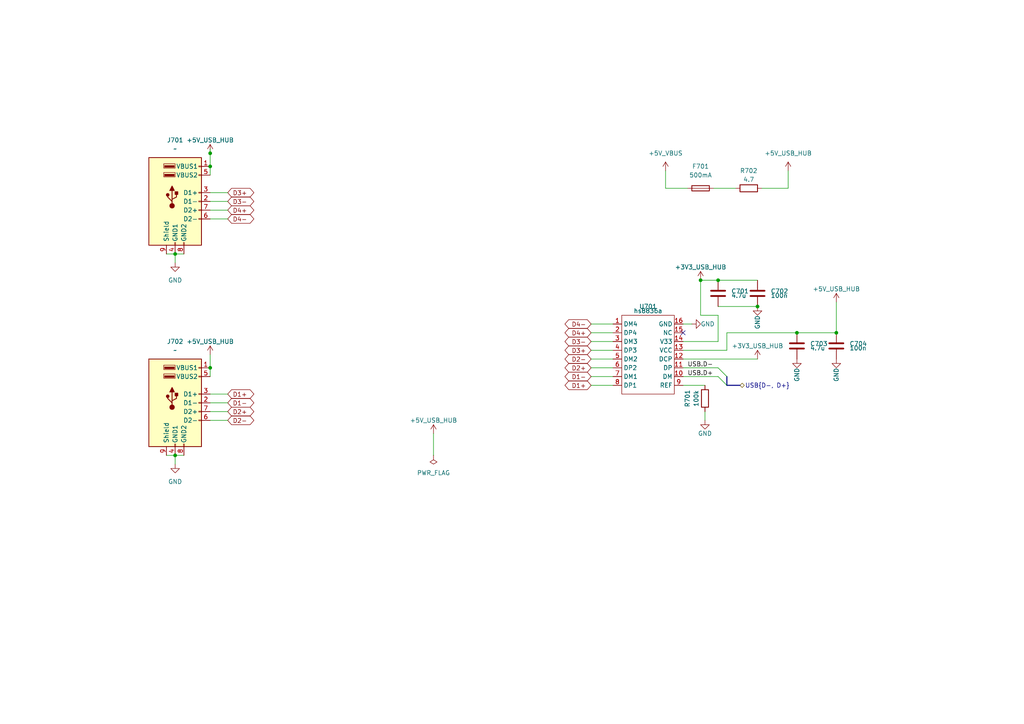
<source format=kicad_sch>
(kicad_sch (version 20221004) (generator eeschema)

  (uuid 158186d0-8204-4260-9655-86edad070edf)

  (paper "A4")

  (title_block
    (title "MSPC")
    (rev "1")
  )

  (lib_symbols
    (symbol "Connector:USB_A_Stacked" (pin_names (offset 1.016)) (in_bom yes) (on_board yes)
      (property "Reference" "J" (at 0 15.875 0)
        (effects (font (size 1.27 1.27)))
      )
      (property "Value" "USB_A_Stacked" (at 0 13.97 0)
        (effects (font (size 1.27 1.27)))
      )
      (property "Footprint" "" (at 3.81 -13.97 0)
        (effects (font (size 1.27 1.27)) (justify left) hide)
      )
      (property "Datasheet" " ~" (at 5.08 1.27 0)
        (effects (font (size 1.27 1.27)) hide)
      )
      (property "ki_keywords" "connector USB" (at 0 0 0)
        (effects (font (size 1.27 1.27)) hide)
      )
      (property "ki_description" "USB Type A connector, stacked" (at 0 0 0)
        (effects (font (size 1.27 1.27)) hide)
      )
      (property "ki_fp_filters" "USB*" (at 0 0 0)
        (effects (font (size 1.27 1.27)) hide)
      )
      (symbol "USB_A_Stacked_0_1"
        (rectangle (start -7.62 12.7) (end 7.62 -12.7)
          (stroke (width 0.254) (type default))
          (fill (type background))
        )
        (circle (center -2.159 1.905) (radius 0.381)
          (stroke (width 0.254) (type default))
          (fill (type outline))
        )
        (circle (center -0.889 -1.27) (radius 0.635)
          (stroke (width 0.254) (type default))
          (fill (type outline))
        )
        (rectangle (start -0.254 7.366) (end -3.048 7.874)
          (stroke (width 0) (type default))
          (fill (type outline))
        )
        (rectangle (start -0.254 9.906) (end -3.048 10.414)
          (stroke (width 0) (type default))
          (fill (type outline))
        )
        (rectangle (start -0.127 -12.7) (end 0.127 -11.938)
          (stroke (width 0) (type default))
          (fill (type none))
        )
        (polyline
          (pts
            (xy -1.524 3.175)
            (xy -0.254 3.175)
            (xy -0.889 4.445)
            (xy -1.524 3.175)
          )
          (stroke (width 0.254) (type default))
          (fill (type outline))
        )
        (polyline
          (pts
            (xy -0.889 -0.635)
            (xy -0.889 0)
            (xy -2.159 1.27)
            (xy -2.159 1.905)
          )
          (stroke (width 0.254) (type default))
          (fill (type none))
        )
        (polyline
          (pts
            (xy -0.889 0)
            (xy -0.889 0.635)
            (xy 0.381 1.27)
            (xy 0.381 2.54)
          )
          (stroke (width 0.254) (type default))
          (fill (type none))
        )
        (rectangle (start 0 2.794) (end 0.762 2.032)
          (stroke (width 0.254) (type default))
          (fill (type outline))
        )
        (rectangle (start 0 7.112) (end -3.302 8.382)
          (stroke (width 0) (type default))
          (fill (type none))
        )
        (rectangle (start 0 9.652) (end -3.302 10.922)
          (stroke (width 0) (type default))
          (fill (type none))
        )
        (rectangle (start 2.413 -12.7) (end 2.667 -11.938)
          (stroke (width 0) (type default))
          (fill (type none))
        )
        (rectangle (start 7.62 -5.207) (end 6.858 -4.953)
          (stroke (width 0) (type default))
          (fill (type none))
        )
        (rectangle (start 7.62 -2.667) (end 6.858 -2.413)
          (stroke (width 0) (type default))
          (fill (type none))
        )
        (rectangle (start 7.62 -0.127) (end 6.858 0.127)
          (stroke (width 0) (type default))
          (fill (type none))
        )
        (rectangle (start 7.62 2.413) (end 6.858 2.667)
          (stroke (width 0) (type default))
          (fill (type none))
        )
        (rectangle (start 7.62 7.493) (end 6.858 7.747)
          (stroke (width 0) (type default))
          (fill (type none))
        )
        (rectangle (start 7.62 10.033) (end 6.858 10.287)
          (stroke (width 0) (type default))
          (fill (type none))
        )
      )
      (symbol "USB_A_Stacked_1_1"
        (polyline
          (pts
            (xy -0.889 0.635)
            (xy -0.889 3.175)
          )
          (stroke (width 0.254) (type default))
          (fill (type none))
        )
        (pin power_in line (at 10.16 10.16 180) (length 2.54)
          (name "VBUS1" (effects (font (size 1.27 1.27))))
          (number "1" (effects (font (size 1.27 1.27))))
        )
        (pin bidirectional line (at 10.16 0 180) (length 2.54)
          (name "D1-" (effects (font (size 1.27 1.27))))
          (number "2" (effects (font (size 1.27 1.27))))
        )
        (pin bidirectional line (at 10.16 2.54 180) (length 2.54)
          (name "D1+" (effects (font (size 1.27 1.27))))
          (number "3" (effects (font (size 1.27 1.27))))
        )
        (pin power_in line (at 0 -15.24 90) (length 2.54)
          (name "GND1" (effects (font (size 1.27 1.27))))
          (number "4" (effects (font (size 1.27 1.27))))
        )
        (pin power_in line (at 10.16 7.62 180) (length 2.54)
          (name "VBUS2" (effects (font (size 1.27 1.27))))
          (number "5" (effects (font (size 1.27 1.27))))
        )
        (pin bidirectional line (at 10.16 -5.08 180) (length 2.54)
          (name "D2-" (effects (font (size 1.27 1.27))))
          (number "6" (effects (font (size 1.27 1.27))))
        )
        (pin bidirectional line (at 10.16 -2.54 180) (length 2.54)
          (name "D2+" (effects (font (size 1.27 1.27))))
          (number "7" (effects (font (size 1.27 1.27))))
        )
        (pin power_in line (at 2.54 -15.24 90) (length 2.54)
          (name "GND2" (effects (font (size 1.27 1.27))))
          (number "8" (effects (font (size 1.27 1.27))))
        )
        (pin passive line (at -2.54 -15.24 90) (length 2.54)
          (name "Shield" (effects (font (size 1.27 1.27))))
          (number "9" (effects (font (size 1.27 1.27))))
        )
      )
    )
    (symbol "Device:C" (pin_numbers hide) (pin_names (offset 0.254)) (in_bom yes) (on_board yes)
      (property "Reference" "C" (at 0.635 2.54 0)
        (effects (font (size 1.27 1.27)) (justify left))
      )
      (property "Value" "C" (at 0.635 -2.54 0)
        (effects (font (size 1.27 1.27)) (justify left))
      )
      (property "Footprint" "" (at 0.9652 -3.81 0)
        (effects (font (size 1.27 1.27)) hide)
      )
      (property "Datasheet" "~" (at 0 0 0)
        (effects (font (size 1.27 1.27)) hide)
      )
      (property "ki_keywords" "cap capacitor" (at 0 0 0)
        (effects (font (size 1.27 1.27)) hide)
      )
      (property "ki_description" "Unpolarized capacitor" (at 0 0 0)
        (effects (font (size 1.27 1.27)) hide)
      )
      (property "ki_fp_filters" "C_*" (at 0 0 0)
        (effects (font (size 1.27 1.27)) hide)
      )
      (symbol "C_0_1"
        (polyline
          (pts
            (xy -2.032 -0.762)
            (xy 2.032 -0.762)
          )
          (stroke (width 0.508) (type default))
          (fill (type none))
        )
        (polyline
          (pts
            (xy -2.032 0.762)
            (xy 2.032 0.762)
          )
          (stroke (width 0.508) (type default))
          (fill (type none))
        )
      )
      (symbol "C_1_1"
        (pin passive line (at 0 3.81 270) (length 2.794)
          (name "~" (effects (font (size 1.27 1.27))))
          (number "1" (effects (font (size 1.27 1.27))))
        )
        (pin passive line (at 0 -3.81 90) (length 2.794)
          (name "~" (effects (font (size 1.27 1.27))))
          (number "2" (effects (font (size 1.27 1.27))))
        )
      )
    )
    (symbol "Device:Fuse" (pin_numbers hide) (pin_names (offset 0)) (in_bom yes) (on_board yes)
      (property "Reference" "F" (at 2.032 0 90)
        (effects (font (size 1.27 1.27)))
      )
      (property "Value" "Fuse" (at -1.905 0 90)
        (effects (font (size 1.27 1.27)))
      )
      (property "Footprint" "" (at -1.778 0 90)
        (effects (font (size 1.27 1.27)) hide)
      )
      (property "Datasheet" "~" (at 0 0 0)
        (effects (font (size 1.27 1.27)) hide)
      )
      (property "ki_keywords" "fuse" (at 0 0 0)
        (effects (font (size 1.27 1.27)) hide)
      )
      (property "ki_description" "Fuse" (at 0 0 0)
        (effects (font (size 1.27 1.27)) hide)
      )
      (property "ki_fp_filters" "*Fuse*" (at 0 0 0)
        (effects (font (size 1.27 1.27)) hide)
      )
      (symbol "Fuse_0_1"
        (rectangle (start -0.762 -2.54) (end 0.762 2.54)
          (stroke (width 0.254) (type default))
          (fill (type none))
        )
        (polyline
          (pts
            (xy 0 2.54)
            (xy 0 -2.54)
          )
          (stroke (width 0) (type default))
          (fill (type none))
        )
      )
      (symbol "Fuse_1_1"
        (pin passive line (at 0 3.81 270) (length 1.27)
          (name "~" (effects (font (size 1.27 1.27))))
          (number "1" (effects (font (size 1.27 1.27))))
        )
        (pin passive line (at 0 -3.81 90) (length 1.27)
          (name "~" (effects (font (size 1.27 1.27))))
          (number "2" (effects (font (size 1.27 1.27))))
        )
      )
    )
    (symbol "Device:R" (pin_numbers hide) (pin_names (offset 0)) (in_bom yes) (on_board yes)
      (property "Reference" "R" (at 2.032 0 90)
        (effects (font (size 1.27 1.27)))
      )
      (property "Value" "R" (at 0 0 90)
        (effects (font (size 1.27 1.27)))
      )
      (property "Footprint" "" (at -1.778 0 90)
        (effects (font (size 1.27 1.27)) hide)
      )
      (property "Datasheet" "~" (at 0 0 0)
        (effects (font (size 1.27 1.27)) hide)
      )
      (property "ki_keywords" "R res resistor" (at 0 0 0)
        (effects (font (size 1.27 1.27)) hide)
      )
      (property "ki_description" "Resistor" (at 0 0 0)
        (effects (font (size 1.27 1.27)) hide)
      )
      (property "ki_fp_filters" "R_*" (at 0 0 0)
        (effects (font (size 1.27 1.27)) hide)
      )
      (symbol "R_0_1"
        (rectangle (start -1.016 -2.54) (end 1.016 2.54)
          (stroke (width 0.254) (type default))
          (fill (type none))
        )
      )
      (symbol "R_1_1"
        (pin passive line (at 0 3.81 270) (length 1.27)
          (name "~" (effects (font (size 1.27 1.27))))
          (number "1" (effects (font (size 1.27 1.27))))
        )
        (pin passive line (at 0 -3.81 90) (length 1.27)
          (name "~" (effects (font (size 1.27 1.27))))
          (number "2" (effects (font (size 1.27 1.27))))
        )
      )
    )
    (symbol "HS8836A:hs8836a" (in_bom yes) (on_board yes)
      (property "Reference" "U" (at 0 0 0)
        (effects (font (size 1.27 1.27)))
      )
      (property "Value" "hs8836a" (at 0 -2.54 0)
        (effects (font (size 1.27 1.27)))
      )
      (property "Footprint" "Package_SO:SOP-16_3.9x9.9mm_P1.27mm" (at 0 0 0)
        (effects (font (size 1.27 1.27)) hide)
      )
      (property "Datasheet" "" (at 0 0 0)
        (effects (font (size 1.27 1.27)) hide)
      )
      (symbol "hs8836a_0_1"
        (rectangle (start -7.62 -6.35) (end 7.62 -29.21)
          (stroke (width 0) (type default))
          (fill (type none))
        )
      )
      (symbol "hs8836a_1_1"
        (pin bidirectional line (at -10.16 -8.89 0) (length 2.54)
          (name "DM4" (effects (font (size 1.27 1.27))))
          (number "1" (effects (font (size 1.27 1.27))))
        )
        (pin bidirectional line (at 10.16 -24.13 180) (length 2.54)
          (name "DM" (effects (font (size 1.27 1.27))))
          (number "10" (effects (font (size 1.27 1.27))))
        )
        (pin bidirectional line (at 10.16 -21.59 180) (length 2.54)
          (name "DP" (effects (font (size 1.27 1.27))))
          (number "11" (effects (font (size 1.27 1.27))))
        )
        (pin power_out line (at 10.16 -19.05 180) (length 2.54)
          (name "DCP" (effects (font (size 1.27 1.27))))
          (number "12" (effects (font (size 1.27 1.27))))
        )
        (pin power_in line (at 10.16 -16.51 180) (length 2.54)
          (name "VCC" (effects (font (size 1.27 1.27))))
          (number "13" (effects (font (size 1.27 1.27))))
        )
        (pin power_in line (at 10.16 -13.97 180) (length 2.54)
          (name "V33" (effects (font (size 1.27 1.27))))
          (number "14" (effects (font (size 1.27 1.27))))
        )
        (pin power_in line (at 10.16 -11.43 180) (length 2.54)
          (name "NC" (effects (font (size 1.27 1.27))))
          (number "15" (effects (font (size 1.27 1.27))))
        )
        (pin power_in line (at 10.16 -8.89 180) (length 2.54)
          (name "GND" (effects (font (size 1.27 1.27))))
          (number "16" (effects (font (size 1.27 1.27))))
        )
        (pin bidirectional line (at -10.16 -11.43 0) (length 2.54)
          (name "DP4" (effects (font (size 1.27 1.27))))
          (number "2" (effects (font (size 1.27 1.27))))
        )
        (pin bidirectional line (at -10.16 -13.97 0) (length 2.54)
          (name "DM3" (effects (font (size 1.27 1.27))))
          (number "3" (effects (font (size 1.27 1.27))))
        )
        (pin bidirectional line (at -10.16 -16.51 0) (length 2.54)
          (name "DP3" (effects (font (size 1.27 1.27))))
          (number "4" (effects (font (size 1.27 1.27))))
        )
        (pin bidirectional line (at -10.16 -19.05 0) (length 2.54)
          (name "DM2" (effects (font (size 1.27 1.27))))
          (number "5" (effects (font (size 1.27 1.27))))
        )
        (pin bidirectional line (at -10.16 -21.59 0) (length 2.54)
          (name "DP2" (effects (font (size 1.27 1.27))))
          (number "6" (effects (font (size 1.27 1.27))))
        )
        (pin bidirectional line (at -10.16 -24.13 0) (length 2.54)
          (name "DM1" (effects (font (size 1.27 1.27))))
          (number "7" (effects (font (size 1.27 1.27))))
        )
        (pin bidirectional line (at -10.16 -26.67 0) (length 2.54)
          (name "DP1" (effects (font (size 1.27 1.27))))
          (number "8" (effects (font (size 1.27 1.27))))
        )
        (pin input line (at 10.16 -26.67 180) (length 2.54)
          (name "REF" (effects (font (size 1.27 1.27))))
          (number "9" (effects (font (size 1.27 1.27))))
        )
      )
    )
    (symbol "power:GND" (power) (pin_names (offset 0)) (in_bom yes) (on_board yes)
      (property "Reference" "#PWR" (at 0 -6.35 0)
        (effects (font (size 1.27 1.27)) hide)
      )
      (property "Value" "GND" (at 0 -3.81 0)
        (effects (font (size 1.27 1.27)))
      )
      (property "Footprint" "" (at 0 0 0)
        (effects (font (size 1.27 1.27)) hide)
      )
      (property "Datasheet" "" (at 0 0 0)
        (effects (font (size 1.27 1.27)) hide)
      )
      (property "ki_keywords" "power-flag" (at 0 0 0)
        (effects (font (size 1.27 1.27)) hide)
      )
      (property "ki_description" "Power symbol creates a global label with name \"GND\" , ground" (at 0 0 0)
        (effects (font (size 1.27 1.27)) hide)
      )
      (symbol "GND_0_1"
        (polyline
          (pts
            (xy 0 0)
            (xy 0 -1.27)
            (xy 1.27 -1.27)
            (xy 0 -2.54)
            (xy -1.27 -1.27)
            (xy 0 -1.27)
          )
          (stroke (width 0) (type default))
          (fill (type none))
        )
      )
      (symbol "GND_1_1"
        (pin power_in line (at 0 0 270) (length 0) hide
          (name "GND" (effects (font (size 1.27 1.27))))
          (number "1" (effects (font (size 1.27 1.27))))
        )
      )
    )
    (symbol "power:PWR_FLAG" (power) (pin_numbers hide) (pin_names (offset 0) hide) (in_bom yes) (on_board yes)
      (property "Reference" "#FLG" (at 0 1.905 0)
        (effects (font (size 1.27 1.27)) hide)
      )
      (property "Value" "PWR_FLAG" (at 0 3.81 0)
        (effects (font (size 1.27 1.27)))
      )
      (property "Footprint" "" (at 0 0 0)
        (effects (font (size 1.27 1.27)) hide)
      )
      (property "Datasheet" "~" (at 0 0 0)
        (effects (font (size 1.27 1.27)) hide)
      )
      (property "ki_keywords" "power-flag" (at 0 0 0)
        (effects (font (size 1.27 1.27)) hide)
      )
      (property "ki_description" "Special symbol for telling ERC where power comes from" (at 0 0 0)
        (effects (font (size 1.27 1.27)) hide)
      )
      (symbol "PWR_FLAG_0_0"
        (pin power_out line (at 0 0 90) (length 0)
          (name "pwr" (effects (font (size 1.27 1.27))))
          (number "1" (effects (font (size 1.27 1.27))))
        )
      )
      (symbol "PWR_FLAG_0_1"
        (polyline
          (pts
            (xy 0 0)
            (xy 0 1.27)
            (xy -1.016 1.905)
            (xy 0 2.54)
            (xy 1.016 1.905)
            (xy 0 1.27)
          )
          (stroke (width 0) (type default))
          (fill (type none))
        )
      )
    )
    (symbol "project_power:+3V3_USB_HUB" (power) (pin_names (offset 0)) (in_bom yes) (on_board yes)
      (property "Reference" "#PWR" (at 0 -3.81 0)
        (effects (font (size 1.27 1.27)) hide)
      )
      (property "Value" "+3V3_USB_HUB" (at 0 3.556 0)
        (effects (font (size 1.27 1.27)))
      )
      (property "Footprint" "" (at 0 0 0)
        (effects (font (size 1.27 1.27)) hide)
      )
      (property "Datasheet" "" (at 0 0 0)
        (effects (font (size 1.27 1.27)) hide)
      )
      (property "ki_keywords" "power-flag" (at 0 0 0)
        (effects (font (size 1.27 1.27)) hide)
      )
      (property "ki_description" "Power symbol creates a global label with name \"+5V\"" (at 0 0 0)
        (effects (font (size 1.27 1.27)) hide)
      )
      (symbol "+3V3_USB_HUB_0_1"
        (polyline
          (pts
            (xy -0.762 1.27)
            (xy 0 2.54)
          )
          (stroke (width 0) (type default))
          (fill (type none))
        )
        (polyline
          (pts
            (xy 0 0)
            (xy 0 2.54)
          )
          (stroke (width 0) (type default))
          (fill (type none))
        )
        (polyline
          (pts
            (xy 0 2.54)
            (xy 0.762 1.27)
          )
          (stroke (width 0) (type default))
          (fill (type none))
        )
      )
      (symbol "+3V3_USB_HUB_1_1"
        (pin power_in line (at 0 0 90) (length 0) hide
          (name "+3V3_USB_HUB" (effects (font (size 1.27 1.27))))
          (number "1" (effects (font (size 1.27 1.27))))
        )
      )
    )
    (symbol "project_power:+5V_USB_HUB" (power) (pin_names (offset 0)) (in_bom yes) (on_board yes)
      (property "Reference" "#PWR" (at 0 -3.81 0)
        (effects (font (size 1.27 1.27)) hide)
      )
      (property "Value" "+5V_USB_HUB" (at 0 3.556 0)
        (effects (font (size 1.27 1.27)))
      )
      (property "Footprint" "" (at 0 0 0)
        (effects (font (size 1.27 1.27)) hide)
      )
      (property "Datasheet" "" (at 0 0 0)
        (effects (font (size 1.27 1.27)) hide)
      )
      (property "ki_keywords" "power-flag" (at 0 0 0)
        (effects (font (size 1.27 1.27)) hide)
      )
      (property "ki_description" "Power symbol creates a global label with name \"+5V\"" (at 0 0 0)
        (effects (font (size 1.27 1.27)) hide)
      )
      (symbol "+5V_USB_HUB_0_1"
        (polyline
          (pts
            (xy -0.762 1.27)
            (xy 0 2.54)
          )
          (stroke (width 0) (type default))
          (fill (type none))
        )
        (polyline
          (pts
            (xy 0 0)
            (xy 0 2.54)
          )
          (stroke (width 0) (type default))
          (fill (type none))
        )
        (polyline
          (pts
            (xy 0 2.54)
            (xy 0.762 1.27)
          )
          (stroke (width 0) (type default))
          (fill (type none))
        )
      )
      (symbol "+5V_USB_HUB_1_1"
        (pin power_in line (at 0 0 90) (length 0) hide
          (name "+5V_USB_HUB" (effects (font (size 1.27 1.27))))
          (number "1" (effects (font (size 1.27 1.27))))
        )
      )
    )
    (symbol "project_power:+5V_VBUS" (power) (pin_names (offset 0)) (in_bom yes) (on_board yes)
      (property "Reference" "#PWR" (at 0 -3.81 0)
        (effects (font (size 1.27 1.27)) hide)
      )
      (property "Value" "+5V_VBUS" (at 0 3.556 0)
        (effects (font (size 1.27 1.27)))
      )
      (property "Footprint" "" (at 0 0 0)
        (effects (font (size 1.27 1.27)) hide)
      )
      (property "Datasheet" "" (at 0 0 0)
        (effects (font (size 1.27 1.27)) hide)
      )
      (property "ki_keywords" "power-flag" (at 0 0 0)
        (effects (font (size 1.27 1.27)) hide)
      )
      (property "ki_description" "Power symbol creates a global label with name \"+5V\"" (at 0 0 0)
        (effects (font (size 1.27 1.27)) hide)
      )
      (symbol "+5V_VBUS_0_1"
        (polyline
          (pts
            (xy -0.762 1.27)
            (xy 0 2.54)
          )
          (stroke (width 0) (type default))
          (fill (type none))
        )
        (polyline
          (pts
            (xy 0 0)
            (xy 0 2.54)
          )
          (stroke (width 0) (type default))
          (fill (type none))
        )
        (polyline
          (pts
            (xy 0 2.54)
            (xy 0.762 1.27)
          )
          (stroke (width 0) (type default))
          (fill (type none))
        )
      )
      (symbol "+5V_VBUS_1_1"
        (pin power_in line (at 0 0 90) (length 0) hide
          (name "+5V_VBUS" (effects (font (size 1.27 1.27))))
          (number "1" (effects (font (size 1.27 1.27))))
        )
      )
    )
  )

  (junction (at 60.96 48.26) (diameter 0) (color 0 0 0 0)
    (uuid 02f3e415-bd92-416f-8a19-166d290fb421)
  )
  (junction (at 231.14 96.52) (diameter 0) (color 0 0 0 0)
    (uuid 11bcc3d7-314d-4108-bdd6-3b285c4fbc98)
  )
  (junction (at 50.8 73.66) (diameter 0) (color 0 0 0 0)
    (uuid 32fd8546-44a8-4a45-8f74-85b5fbf6a489)
  )
  (junction (at 219.71 88.9) (diameter 0) (color 0 0 0 0)
    (uuid 5b19ddb7-dda0-4e2d-84ea-9c4b7cd382e7)
  )
  (junction (at 60.96 44.45) (diameter 0) (color 0 0 0 0)
    (uuid 607bbc3e-2bdd-498a-959e-7f50c71931c7)
  )
  (junction (at 242.57 96.52) (diameter 0) (color 0 0 0 0)
    (uuid 665a24f0-2bd2-4a07-b17e-7f30fb576934)
  )
  (junction (at 60.96 106.68) (diameter 0) (color 0 0 0 0)
    (uuid 72652009-90f4-4c60-933a-0a3d9e161403)
  )
  (junction (at 203.2 81.28) (diameter 0) (color 0 0 0 0)
    (uuid 79631077-2742-4217-b090-3214c79eca38)
  )
  (junction (at 50.8 132.08) (diameter 0) (color 0 0 0 0)
    (uuid 90548faa-ca1e-469c-87b5-ab7accc2aec3)
  )
  (junction (at 208.28 81.28) (diameter 0) (color 0 0 0 0)
    (uuid c9244ef3-4c0e-466c-8897-4835ba85547f)
  )

  (no_connect (at 198.12 96.52) (uuid 2e98528b-61bf-4914-8184-fae142a8393c))

  (bus_entry (at 208.28 106.68) (size 2.54 2.54)
    (stroke (width 0) (type default))
    (uuid 3599c6fa-6b1e-4564-9e7d-93a63a82d037)
  )
  (bus_entry (at 208.28 109.22) (size 2.54 2.54)
    (stroke (width 0) (type default))
    (uuid 432355d8-68f7-4349-b72e-85a42f352a43)
  )

  (wire (pts (xy 207.01 54.61) (xy 213.36 54.61))
    (stroke (width 0) (type default))
    (uuid 110fa371-6aae-4464-8aba-682b5c64460b)
  )
  (wire (pts (xy 198.12 109.22) (xy 208.28 109.22))
    (stroke (width 0) (type default))
    (uuid 128a05ea-0df3-48d2-89da-725963f59339)
  )
  (wire (pts (xy 50.8 132.08) (xy 50.8 134.62))
    (stroke (width 0) (type default))
    (uuid 2ad721e8-de2f-4b11-94a5-1c47061e0d67)
  )
  (wire (pts (xy 171.45 99.06) (xy 177.8 99.06))
    (stroke (width 0) (type default))
    (uuid 31d49909-502e-4df7-ab22-151e962cd140)
  )
  (wire (pts (xy 198.12 106.68) (xy 208.28 106.68))
    (stroke (width 0) (type default))
    (uuid 31f46b37-25fa-4df8-8bf9-3d3d8c8def51)
  )
  (bus (pts (xy 210.82 109.22) (xy 210.82 111.76))
    (stroke (width 0) (type default))
    (uuid 421b1dda-70f7-473e-87fa-77e414ea59d3)
  )

  (wire (pts (xy 60.96 50.8) (xy 60.96 48.26))
    (stroke (width 0) (type default))
    (uuid 473b511c-c4f4-4b23-91ee-d159f0979a1b)
  )
  (wire (pts (xy 171.45 96.52) (xy 177.8 96.52))
    (stroke (width 0) (type default))
    (uuid 48c96085-c71e-4c34-a55d-8c7160ba11bc)
  )
  (wire (pts (xy 231.14 96.52) (xy 242.57 96.52))
    (stroke (width 0) (type default))
    (uuid 4a12f142-003e-4017-b5f0-0d181442fe43)
  )
  (wire (pts (xy 60.96 102.87) (xy 60.96 106.68))
    (stroke (width 0) (type default))
    (uuid 58c0c236-9ea9-43cd-8b92-2fbcae1ffc40)
  )
  (wire (pts (xy 48.26 132.08) (xy 50.8 132.08))
    (stroke (width 0) (type default))
    (uuid 5c2aa1ef-04c0-4a4b-b98d-e03179bd5fec)
  )
  (wire (pts (xy 208.28 99.06) (xy 198.12 99.06))
    (stroke (width 0) (type default))
    (uuid 5dc78c95-ce45-47b4-b628-b1e1b5f6b9cf)
  )
  (wire (pts (xy 171.45 106.68) (xy 177.8 106.68))
    (stroke (width 0) (type default))
    (uuid 608cbe7e-683a-491a-b892-9660979a05fc)
  )
  (wire (pts (xy 50.8 132.08) (xy 53.34 132.08))
    (stroke (width 0) (type default))
    (uuid 61f255f9-8020-498b-a6fd-816e3a5825c0)
  )
  (wire (pts (xy 171.45 101.6) (xy 177.8 101.6))
    (stroke (width 0) (type default))
    (uuid 626db8a1-3839-41cf-bbce-3a7df88fd268)
  )
  (wire (pts (xy 171.45 111.76) (xy 177.8 111.76))
    (stroke (width 0) (type default))
    (uuid 652bf056-0915-4e93-a163-f10ae64f1132)
  )
  (wire (pts (xy 50.8 73.66) (xy 53.34 73.66))
    (stroke (width 0) (type default))
    (uuid 6556df6d-6144-4425-b76c-0329f8063f57)
  )
  (wire (pts (xy 210.82 96.52) (xy 231.14 96.52))
    (stroke (width 0) (type default))
    (uuid 67d92d62-e510-41ad-a434-22c1c3464cd8)
  )
  (wire (pts (xy 60.96 48.26) (xy 60.96 44.45))
    (stroke (width 0) (type default))
    (uuid 687b7ca9-8a7b-4606-b164-086fd7b514e2)
  )
  (wire (pts (xy 198.12 111.76) (xy 204.47 111.76))
    (stroke (width 0) (type default))
    (uuid 6aec6e18-ec62-4d10-805d-efb84626776b)
  )
  (wire (pts (xy 208.28 88.9) (xy 219.71 88.9))
    (stroke (width 0) (type default))
    (uuid 6b498ad9-65b8-42dd-a335-b613b478d6c7)
  )
  (wire (pts (xy 60.96 58.42) (xy 66.04 58.42))
    (stroke (width 0) (type default))
    (uuid 6d2e6ceb-7ba8-4246-9e9d-71d2870bb1bb)
  )
  (bus (pts (xy 210.82 111.76) (xy 214.63 111.76))
    (stroke (width 0) (type default))
    (uuid 726c8984-c389-48dd-a5fa-dacec960cda9)
  )

  (wire (pts (xy 198.12 101.6) (xy 210.82 101.6))
    (stroke (width 0) (type default))
    (uuid 78347d81-730b-4e83-8d15-bc5028eb8b86)
  )
  (wire (pts (xy 125.73 125.73) (xy 125.73 132.08))
    (stroke (width 0) (type default))
    (uuid 7838c294-f9e8-4502-811a-c1225b05f1a2)
  )
  (wire (pts (xy 60.96 121.92) (xy 66.04 121.92))
    (stroke (width 0) (type default))
    (uuid 7e47f369-dc1a-4e66-b22a-2c099bf9fa1d)
  )
  (wire (pts (xy 198.12 104.14) (xy 219.71 104.14))
    (stroke (width 0) (type default))
    (uuid 7ea62fb8-d796-43f8-925b-27817cda31e7)
  )
  (wire (pts (xy 60.96 114.3) (xy 66.04 114.3))
    (stroke (width 0) (type default))
    (uuid 7f114ae5-39c9-494d-b1a7-84def9607b70)
  )
  (wire (pts (xy 199.39 54.61) (xy 193.04 54.61))
    (stroke (width 0) (type default))
    (uuid 8a8cb22d-369a-4680-a290-08cb062b8221)
  )
  (wire (pts (xy 48.26 73.66) (xy 50.8 73.66))
    (stroke (width 0) (type default))
    (uuid 8b4e25d4-d1bf-457a-a075-8cb7cb8e48e9)
  )
  (wire (pts (xy 198.12 93.98) (xy 200.66 93.98))
    (stroke (width 0) (type default))
    (uuid 914cde1f-df07-4ca8-8f92-ae4c908a9745)
  )
  (wire (pts (xy 228.6 54.61) (xy 228.6 49.53))
    (stroke (width 0) (type default))
    (uuid 965b567b-2a2c-463a-8bcf-1014dfdc1b5f)
  )
  (wire (pts (xy 60.96 63.5) (xy 66.04 63.5))
    (stroke (width 0) (type default))
    (uuid 9b389ae6-83f8-44d1-b771-7123a65fcc69)
  )
  (wire (pts (xy 60.96 119.38) (xy 66.04 119.38))
    (stroke (width 0) (type default))
    (uuid a59d7799-131b-42eb-b396-4b25bf9b2c4e)
  )
  (wire (pts (xy 60.96 55.88) (xy 66.04 55.88))
    (stroke (width 0) (type default))
    (uuid a8c6bc6d-2811-47c5-9f9c-f3cfffee3f9a)
  )
  (wire (pts (xy 60.96 109.22) (xy 60.96 106.68))
    (stroke (width 0) (type default))
    (uuid ad13932e-40c1-4619-b818-08f9d13e2c70)
  )
  (wire (pts (xy 220.98 54.61) (xy 228.6 54.61))
    (stroke (width 0) (type default))
    (uuid b3f92bd2-6822-43fc-b678-de351f93ac60)
  )
  (wire (pts (xy 60.96 116.84) (xy 66.04 116.84))
    (stroke (width 0) (type default))
    (uuid bdce2a26-5819-4ab7-943e-b2f9eef317a0)
  )
  (wire (pts (xy 193.04 54.61) (xy 193.04 49.53))
    (stroke (width 0) (type default))
    (uuid c9ab4804-906b-4fe7-a3d8-a47796f58cd4)
  )
  (wire (pts (xy 203.2 81.28) (xy 203.2 91.44))
    (stroke (width 0) (type default))
    (uuid ce6f6c59-0e60-4dd0-944a-31f94faa286c)
  )
  (wire (pts (xy 203.2 81.28) (xy 208.28 81.28))
    (stroke (width 0) (type default))
    (uuid cee4a9b6-797b-48dd-a053-1510e5e3f0ff)
  )
  (wire (pts (xy 208.28 81.28) (xy 219.71 81.28))
    (stroke (width 0) (type default))
    (uuid d2cb5ebd-8119-4aec-a5a7-3e250aa5926c)
  )
  (wire (pts (xy 208.28 91.44) (xy 208.28 99.06))
    (stroke (width 0) (type default))
    (uuid d35f9ad9-13dd-4654-adba-477da337f134)
  )
  (wire (pts (xy 171.45 109.22) (xy 177.8 109.22))
    (stroke (width 0) (type default))
    (uuid db5392ef-5abe-49ca-8b3f-52b251d96961)
  )
  (wire (pts (xy 242.57 87.63) (xy 242.57 96.52))
    (stroke (width 0) (type default))
    (uuid dc172ea2-115e-49fd-a63a-16ce3e730dd2)
  )
  (wire (pts (xy 50.8 73.66) (xy 50.8 76.2))
    (stroke (width 0) (type default))
    (uuid df1e649f-2c26-4e64-953f-1c43ca00aa9e)
  )
  (wire (pts (xy 60.96 60.96) (xy 66.04 60.96))
    (stroke (width 0) (type default))
    (uuid e7877a0c-f0fe-44b8-a1a5-0e44a14944ab)
  )
  (wire (pts (xy 60.96 44.45) (xy 60.96 43.18))
    (stroke (width 0) (type default))
    (uuid edd05a96-36b8-434f-a9bc-5a56cdd9bec0)
  )
  (wire (pts (xy 171.45 104.14) (xy 177.8 104.14))
    (stroke (width 0) (type default))
    (uuid f12cbbe6-b90f-4b6f-bcfe-2c4672b2a0d8)
  )
  (wire (pts (xy 204.47 121.92) (xy 204.47 119.38))
    (stroke (width 0) (type default))
    (uuid f5aa36ed-d934-4ef8-81c3-6c9a8ff5cea4)
  )
  (wire (pts (xy 171.45 93.98) (xy 177.8 93.98))
    (stroke (width 0) (type default))
    (uuid fa8d75d6-ca13-4bc0-824a-04ae61039d02)
  )
  (wire (pts (xy 203.2 91.44) (xy 208.28 91.44))
    (stroke (width 0) (type default))
    (uuid fbafc177-8e5a-4ad6-89fd-16a686485548)
  )
  (wire (pts (xy 210.82 96.52) (xy 210.82 101.6))
    (stroke (width 0) (type default))
    (uuid fcf0ae22-c6f0-4237-953e-6d3202821874)
  )

  (label "USB.D-" (at 199.39 106.68 0) (fields_autoplaced)
    (effects (font (size 1.27 1.27)) (justify left bottom))
    (uuid 57fe0afc-6c2e-4a9d-8232-c6574542aa37)
  )
  (label "USB.D+" (at 199.39 109.22 0) (fields_autoplaced)
    (effects (font (size 1.27 1.27)) (justify left bottom))
    (uuid 6c259f37-bb72-4f3b-b223-2d327efc9f85)
  )

  (global_label "D3-" (shape bidirectional) (at 171.45 99.06 180) (fields_autoplaced)
    (effects (font (size 1.27 1.27)) (justify right))
    (uuid 0362afbc-8253-4f3f-8720-5027ee71e807)
    (property "Odnośniki między arkuszami" "${INTERSHEET_REFS}" (at 164.985 98.9806 0)
      (effects (font (size 1.27 1.27)) (justify right) hide)
    )
  )
  (global_label "D4+" (shape bidirectional) (at 171.45 96.52 180) (fields_autoplaced)
    (effects (font (size 1.27 1.27)) (justify right))
    (uuid 2728adbd-0db4-4bf1-8dc6-91c981cc26c1)
    (property "Odnośniki między arkuszami" "${INTERSHEET_REFS}" (at 164.985 96.4406 0)
      (effects (font (size 1.27 1.27)) (justify right) hide)
    )
  )
  (global_label "D3-" (shape bidirectional) (at 66.04 58.42 0) (fields_autoplaced)
    (effects (font (size 1.27 1.27)) (justify left))
    (uuid 2c083b31-1949-43a5-8184-135f5df1da32)
    (property "Odnośniki między arkuszami" "${INTERSHEET_REFS}" (at 72.505 58.3406 0)
      (effects (font (size 1.27 1.27)) (justify left) hide)
    )
  )
  (global_label "D4-" (shape bidirectional) (at 66.04 63.5 0) (fields_autoplaced)
    (effects (font (size 1.27 1.27)) (justify left))
    (uuid 44d69797-a8d3-42d3-963d-631275285156)
    (property "Odnośniki między arkuszami" "${INTERSHEET_REFS}" (at 72.505 63.4206 0)
      (effects (font (size 1.27 1.27)) (justify left) hide)
    )
  )
  (global_label "D2+" (shape bidirectional) (at 66.04 119.38 0) (fields_autoplaced)
    (effects (font (size 1.27 1.27)) (justify left))
    (uuid 49d34154-7bf9-4a48-a0f6-7028525835a4)
    (property "Odnośniki między arkuszami" "${INTERSHEET_REFS}" (at 72.505 119.4594 0)
      (effects (font (size 1.27 1.27)) (justify left) hide)
    )
  )
  (global_label "D1-" (shape bidirectional) (at 66.04 116.84 0) (fields_autoplaced)
    (effects (font (size 1.27 1.27)) (justify left))
    (uuid 517b2802-56d9-419c-bd5b-c9d29b17eaeb)
    (property "Odnośniki między arkuszami" "${INTERSHEET_REFS}" (at 72.505 116.7606 0)
      (effects (font (size 1.27 1.27)) (justify left) hide)
    )
  )
  (global_label "D1+" (shape bidirectional) (at 171.45 111.76 180) (fields_autoplaced)
    (effects (font (size 1.27 1.27)) (justify right))
    (uuid 5526cd40-04a2-401b-9d09-5ebb92ee98b2)
    (property "Odnośniki między arkuszami" "${INTERSHEET_REFS}" (at 163.286 111.76 0)
      (effects (font (size 1.27 1.27)) (justify right) hide)
    )
  )
  (global_label "D1+" (shape bidirectional) (at 66.04 114.3 0) (fields_autoplaced)
    (effects (font (size 1.27 1.27)) (justify left))
    (uuid 5545298e-7a93-4cb6-a4d1-f306a9fe57ad)
    (property "Odnośniki między arkuszami" "${INTERSHEET_REFS}" (at 72.505 114.2206 0)
      (effects (font (size 1.27 1.27)) (justify left) hide)
    )
  )
  (global_label "D2-" (shape bidirectional) (at 66.04 121.92 0) (fields_autoplaced)
    (effects (font (size 1.27 1.27)) (justify left))
    (uuid 7077953c-8472-4143-8d21-93b6fb7091d0)
    (property "Odnośniki między arkuszami" "${INTERSHEET_REFS}" (at 72.505 121.9994 0)
      (effects (font (size 1.27 1.27)) (justify left) hide)
    )
  )
  (global_label "D4-" (shape bidirectional) (at 171.45 93.98 180) (fields_autoplaced)
    (effects (font (size 1.27 1.27)) (justify right))
    (uuid 78556558-209e-46b1-80c0-fa7cb2dfccf4)
    (property "Odnośniki między arkuszami" "${INTERSHEET_REFS}" (at 164.985 93.9006 0)
      (effects (font (size 1.27 1.27)) (justify right) hide)
    )
  )
  (global_label "D2+" (shape bidirectional) (at 171.45 106.68 180) (fields_autoplaced)
    (effects (font (size 1.27 1.27)) (justify right))
    (uuid 814f57a8-383f-41e9-884d-7177d91de53b)
    (property "Odnośniki między arkuszami" "${INTERSHEET_REFS}" (at 164.985 106.6006 0)
      (effects (font (size 1.27 1.27)) (justify right) hide)
    )
  )
  (global_label "D3+" (shape bidirectional) (at 171.45 101.6 180) (fields_autoplaced)
    (effects (font (size 1.27 1.27)) (justify right))
    (uuid 8485b384-849e-47a2-a5a3-bb2346dd0255)
    (property "Odnośniki między arkuszami" "${INTERSHEET_REFS}" (at 164.985 101.5206 0)
      (effects (font (size 1.27 1.27)) (justify right) hide)
    )
  )
  (global_label "D2-" (shape bidirectional) (at 171.45 104.14 180) (fields_autoplaced)
    (effects (font (size 1.27 1.27)) (justify right))
    (uuid 95e70a31-4bda-4ebd-8a4a-052cb9be1533)
    (property "Odnośniki między arkuszami" "${INTERSHEET_REFS}" (at 164.985 104.0606 0)
      (effects (font (size 1.27 1.27)) (justify right) hide)
    )
  )
  (global_label "D4+" (shape bidirectional) (at 66.04 60.96 0) (fields_autoplaced)
    (effects (font (size 1.27 1.27)) (justify left))
    (uuid c3d3a5f7-22fb-4e9d-81b4-59ae1d3e2922)
    (property "Odnośniki między arkuszami" "${INTERSHEET_REFS}" (at 72.505 60.8806 0)
      (effects (font (size 1.27 1.27)) (justify left) hide)
    )
  )
  (global_label "D1-" (shape bidirectional) (at 171.45 109.22 180) (fields_autoplaced)
    (effects (font (size 1.27 1.27)) (justify right))
    (uuid d61f911e-4acd-4190-8448-3efcf7ed0e67)
    (property "Odnośniki między arkuszami" "${INTERSHEET_REFS}" (at 163.286 109.22 0)
      (effects (font (size 1.27 1.27)) (justify right) hide)
    )
  )
  (global_label "D3+" (shape bidirectional) (at 66.04 55.88 0) (fields_autoplaced)
    (effects (font (size 1.27 1.27)) (justify left))
    (uuid e7cbbe48-601e-448b-a4ad-5e69c0dfca19)
    (property "Odnośniki między arkuszami" "${INTERSHEET_REFS}" (at 72.505 55.8006 0)
      (effects (font (size 1.27 1.27)) (justify left) hide)
    )
  )

  (hierarchical_label "USB{D-, D+}" (shape bidirectional) (at 214.63 111.76 0) (fields_autoplaced)
    (effects (font (size 1.27 1.27)) (justify left))
    (uuid 8bb0ad83-5c0c-4266-a7b5-21bf2292a2d7)
  )

  (symbol (lib_id "power:GND") (at 231.14 104.14 0) (unit 1)
    (in_bom yes) (on_board yes) (dnp no)
    (uuid 04f77a9e-076f-496b-a48f-d2fe8e6b408a)
    (property "Reference" "#PWR0712" (at 231.14 110.49 0)
      (effects (font (size 1.27 1.27)) hide)
    )
    (property "Value" "GND" (at 231.14 106.68 90)
      (effects (font (size 1.27 1.27)) (justify right))
    )
    (property "Footprint" "" (at 231.14 104.14 0)
      (effects (font (size 1.27 1.27)) hide)
    )
    (property "Datasheet" "" (at 231.14 104.14 0)
      (effects (font (size 1.27 1.27)) hide)
    )
    (pin "1" (uuid 78683eb1-01ff-48d1-b198-48622150c27d))
    (instances
      (project "mainboard"
        (path "/e63e39d7-6ac0-4ffd-8aa3-1841a4541b55/b04c7282-7715-4444-b680-e16531d85cc8"
          (reference "#PWR0712") (unit 1) (value "GND") (footprint "")
        )
      )
    )
  )

  (symbol (lib_id "Device:Fuse") (at 203.2 54.61 90) (unit 1)
    (in_bom yes) (on_board yes) (dnp no) (fields_autoplaced)
    (uuid 15085253-dfdf-41df-9075-3a46a5538a09)
    (property "Reference" "F701" (at 203.2 48.26 90)
      (effects (font (size 1.27 1.27)))
    )
    (property "Value" "500mA" (at 203.2 50.8 90)
      (effects (font (size 1.27 1.27)))
    )
    (property "Footprint" "Fuse:Fuse_1206_3216Metric_Pad1.42x1.75mm_HandSolder" (at 203.2 56.388 90)
      (effects (font (size 1.27 1.27)) hide)
    )
    (property "Datasheet" "~" (at 203.2 54.61 0)
      (effects (font (size 1.27 1.27)) hide)
    )
    (pin "1" (uuid d76a759d-5432-4982-b71e-836c854f1dce))
    (pin "2" (uuid 0248ab1c-05a9-477f-8313-520e1aeff8e3))
    (instances
      (project "mainboard"
        (path "/e63e39d7-6ac0-4ffd-8aa3-1841a4541b55/b04c7282-7715-4444-b680-e16531d85cc8"
          (reference "F701") (unit 1) (value "500mA") (footprint "Fuse:Fuse_1206_3216Metric_Pad1.42x1.75mm_HandSolder")
        )
      )
    )
  )

  (symbol (lib_id "project_power:+5V_USB_HUB") (at 228.6 49.53 0) (unit 1)
    (in_bom yes) (on_board yes) (dnp no) (fields_autoplaced)
    (uuid 35effad2-55e1-41da-bfb7-9ba9d852924a)
    (property "Reference" "#PWR0709" (at 228.6 53.34 0)
      (effects (font (size 1.27 1.27)) hide)
    )
    (property "Value" "+5V_USB_HUB" (at 228.6 44.45 0)
      (effects (font (size 1.27 1.27)))
    )
    (property "Footprint" "" (at 228.6 49.53 0)
      (effects (font (size 1.27 1.27)) hide)
    )
    (property "Datasheet" "" (at 228.6 49.53 0)
      (effects (font (size 1.27 1.27)) hide)
    )
    (pin "1" (uuid 9ecbd62e-a40c-45a6-b374-716a38b91556))
    (instances
      (project "mainboard"
        (path "/e63e39d7-6ac0-4ffd-8aa3-1841a4541b55/b04c7282-7715-4444-b680-e16531d85cc8"
          (reference "#PWR0709") (unit 1) (value "+5V_USB_HUB") (footprint "")
        )
      )
    )
  )

  (symbol (lib_id "project_power:+3V3_USB_HUB") (at 219.71 104.14 0) (unit 1)
    (in_bom yes) (on_board yes) (dnp no)
    (uuid 3635d2d8-aa1f-46e5-b069-4380e6f9d9b4)
    (property "Reference" "#PWR0711" (at 219.71 107.95 0)
      (effects (font (size 1.27 1.27)) hide)
    )
    (property "Value" "+3V3_USB_HUB" (at 219.71 100.33 0)
      (effects (font (size 1.27 1.27)))
    )
    (property "Footprint" "" (at 219.71 104.14 0)
      (effects (font (size 1.27 1.27)) hide)
    )
    (property "Datasheet" "" (at 219.71 104.14 0)
      (effects (font (size 1.27 1.27)) hide)
    )
    (pin "1" (uuid d0f5899e-ae81-41db-a66a-c94cff01e3ce))
    (instances
      (project "mainboard"
        (path "/e63e39d7-6ac0-4ffd-8aa3-1841a4541b55/b04c7282-7715-4444-b680-e16531d85cc8"
          (reference "#PWR0711") (unit 1) (value "+3V3_USB_HUB") (footprint "")
        )
      )
    )
  )

  (symbol (lib_id "power:GND") (at 219.71 88.9 0) (unit 1)
    (in_bom yes) (on_board yes) (dnp no)
    (uuid 3e0d5f67-66f6-40f4-a755-4d074acae2d2)
    (property "Reference" "#PWR0710" (at 219.71 95.25 0)
      (effects (font (size 1.27 1.27)) hide)
    )
    (property "Value" "GND" (at 219.71 91.44 90)
      (effects (font (size 1.27 1.27)) (justify right))
    )
    (property "Footprint" "" (at 219.71 88.9 0)
      (effects (font (size 1.27 1.27)) hide)
    )
    (property "Datasheet" "" (at 219.71 88.9 0)
      (effects (font (size 1.27 1.27)) hide)
    )
    (pin "1" (uuid 33f02fc0-9db4-4656-abf8-fcb25d940ed4))
    (instances
      (project "mainboard"
        (path "/e63e39d7-6ac0-4ffd-8aa3-1841a4541b55/b04c7282-7715-4444-b680-e16531d85cc8"
          (reference "#PWR0710") (unit 1) (value "GND") (footprint "")
        )
      )
    )
  )

  (symbol (lib_id "power:GND") (at 50.8 134.62 0) (unit 1)
    (in_bom yes) (on_board yes) (dnp no) (fields_autoplaced)
    (uuid 3e4c6900-3d66-4f02-8934-e16f6af6d102)
    (property "Reference" "#PWR0702" (at 50.8 140.97 0)
      (effects (font (size 1.27 1.27)) hide)
    )
    (property "Value" "~" (at 50.8 139.7 0)
      (effects (font (size 1.27 1.27)))
    )
    (property "Footprint" "" (at 50.8 134.62 0)
      (effects (font (size 1.27 1.27)) hide)
    )
    (property "Datasheet" "" (at 50.8 134.62 0)
      (effects (font (size 1.27 1.27)) hide)
    )
    (pin "1" (uuid b4503297-3892-454d-8ee1-583321ef069a))
    (instances
      (project "mainboard"
        (path "/e63e39d7-6ac0-4ffd-8aa3-1841a4541b55/b04c7282-7715-4444-b680-e16531d85cc8"
          (reference "#PWR0702") (unit 1) (value "~") (footprint "")
        )
      )
    )
  )

  (symbol (lib_id "Device:C") (at 242.57 100.33 0) (unit 1)
    (in_bom yes) (on_board yes) (dnp no) (fields_autoplaced)
    (uuid 4ddba7f4-62dc-4def-aee8-b817c76debfc)
    (property "Reference" "C704" (at 246.38 99.695 0)
      (effects (font (size 1.27 1.27)) (justify left))
    )
    (property "Value" "100n" (at 246.38 100.965 0)
      (effects (font (size 1.27 1.27)) (justify left))
    )
    (property "Footprint" "Capacitor_SMD:C_0603_1608Metric_Pad1.08x0.95mm_HandSolder" (at 243.5352 104.14 0)
      (effects (font (size 1.27 1.27)) hide)
    )
    (property "Datasheet" "~" (at 242.57 100.33 0)
      (effects (font (size 1.27 1.27)) hide)
    )
    (pin "1" (uuid 9eecb88b-9d6c-452a-ae12-ce6fec275792))
    (pin "2" (uuid aa470627-4bd4-4e4d-9eab-7552ebd8e95c))
    (instances
      (project "mainboard"
        (path "/e63e39d7-6ac0-4ffd-8aa3-1841a4541b55/b04c7282-7715-4444-b680-e16531d85cc8"
          (reference "C704") (unit 1) (value "100n") (footprint "Capacitor_SMD:C_0603_1608Metric_Pad1.08x0.95mm_HandSolder")
        )
      )
    )
  )

  (symbol (lib_id "Connector:USB_A_Stacked") (at 50.8 58.42 0) (unit 1)
    (in_bom yes) (on_board yes) (dnp no) (fields_autoplaced)
    (uuid 4fef477b-6bbd-496c-80ad-2dd0f64c0495)
    (property "Reference" "J701" (at 50.8 40.64 0)
      (effects (font (size 1.27 1.27)))
    )
    (property "Value" "~" (at 50.8 43.18 0)
      (effects (font (size 1.27 1.27)))
    )
    (property "Footprint" "Connector_USB:USB_A_Wuerth_61400826021_Horizontal_Stacked" (at 54.61 72.39 0)
      (effects (font (size 1.27 1.27)) (justify left) hide)
    )
    (property "Datasheet" " ~" (at 55.88 57.15 0)
      (effects (font (size 1.27 1.27)) hide)
    )
    (pin "1" (uuid 3a9cb55c-a915-41e2-b539-00393b155a4d))
    (pin "2" (uuid ab954dd0-2a80-43d7-ab3b-a3af1ba4625f))
    (pin "3" (uuid e50c522e-d81f-43b4-b213-064014be5e02))
    (pin "4" (uuid 6667eb2b-467d-47f5-8694-dd7088f7b17e))
    (pin "5" (uuid 6f5de7ce-063d-441b-a344-24abf0c074ef))
    (pin "6" (uuid 1c206cbf-b2ac-4e18-86b7-51bf36f3e040))
    (pin "7" (uuid 373f232b-89d5-460d-9d11-ed742c5707e1))
    (pin "8" (uuid 22b87e71-fc5d-4692-b219-6d8c496d162b))
    (pin "9" (uuid ab27c0ef-47af-4d50-b233-df7e3465158a))
    (instances
      (project "mainboard"
        (path "/e63e39d7-6ac0-4ffd-8aa3-1841a4541b55/b04c7282-7715-4444-b680-e16531d85cc8"
          (reference "J701") (unit 1) (value "~") (footprint "Connector_USB:USB_A_Wuerth_61400826021_Horizontal_Stacked")
        )
      )
    )
  )

  (symbol (lib_id "project_power:+5V_USB_HUB") (at 242.57 87.63 0) (unit 1)
    (in_bom yes) (on_board yes) (dnp no)
    (uuid 55b9b92c-bc95-49fe-a6ae-2962a6b7061b)
    (property "Reference" "#PWR0157" (at 248.92 90.17 0)
      (effects (font (size 1.27 1.27)) hide)
    )
    (property "Value" "+5V_USB_HUB" (at 242.57 83.82 0)
      (effects (font (size 1.27 1.27)))
    )
    (property "Footprint" "" (at 242.57 87.63 0)
      (effects (font (size 1.27 1.27)) hide)
    )
    (property "Datasheet" "" (at 242.57 87.63 0)
      (effects (font (size 1.27 1.27)) hide)
    )
    (pin "1" (uuid 7679232b-4086-4bdc-a6eb-6de532afc9b0))
    (instances
      (project "mainboard"
        (path "/e63e39d7-6ac0-4ffd-8aa3-1841a4541b55/b04c7282-7715-4444-b680-e16531d85cc8"
          (reference "#PWR0157") (unit 1) (value "+5V_USB_HUB") (footprint "")
        )
      )
    )
  )

  (symbol (lib_id "power:PWR_FLAG") (at 125.73 132.08 180) (unit 1)
    (in_bom yes) (on_board yes) (dnp no) (fields_autoplaced)
    (uuid 610c04f1-e841-40a0-8a34-de0b7689f63c)
    (property "Reference" "#FLG0103" (at 125.73 133.985 0)
      (effects (font (size 1.27 1.27)) hide)
    )
    (property "Value" "PWR_FLAG" (at 125.73 137.16 0)
      (effects (font (size 1.27 1.27)))
    )
    (property "Footprint" "" (at 125.73 132.08 0)
      (effects (font (size 1.27 1.27)) hide)
    )
    (property "Datasheet" "~" (at 125.73 132.08 0)
      (effects (font (size 1.27 1.27)) hide)
    )
    (pin "1" (uuid aa24d029-b6b7-4e5a-9a67-cca56df780f2))
    (instances
      (project "mainboard"
        (path "/e63e39d7-6ac0-4ffd-8aa3-1841a4541b55/b04c7282-7715-4444-b680-e16531d85cc8"
          (reference "#FLG0103") (unit 1) (value "PWR_FLAG") (footprint "")
        )
      )
    )
  )

  (symbol (lib_id "Device:R") (at 204.47 115.57 180) (unit 1)
    (in_bom yes) (on_board yes) (dnp no)
    (uuid 64959718-3883-43da-9acf-53b8aae01836)
    (property "Reference" "R701" (at 199.39 115.57 90)
      (effects (font (size 1.27 1.27)))
    )
    (property "Value" "100k" (at 201.93 115.57 90)
      (effects (font (size 1.27 1.27)))
    )
    (property "Footprint" "Resistor_SMD:R_0603_1608Metric_Pad0.98x0.95mm_HandSolder" (at 206.248 115.57 90)
      (effects (font (size 1.27 1.27)) hide)
    )
    (property "Datasheet" "~" (at 204.47 115.57 0)
      (effects (font (size 1.27 1.27)) hide)
    )
    (pin "1" (uuid 87b15373-f6e0-4006-8869-8462ccc65ff1))
    (pin "2" (uuid 87604fb1-ea30-4b3f-b5aa-4bb286eeb903))
    (instances
      (project "mainboard"
        (path "/e63e39d7-6ac0-4ffd-8aa3-1841a4541b55/b04c7282-7715-4444-b680-e16531d85cc8"
          (reference "R701") (unit 1) (value "100k") (footprint "Resistor_SMD:R_0603_1608Metric_Pad0.98x0.95mm_HandSolder")
        )
      )
    )
  )

  (symbol (lib_id "Device:C") (at 231.14 100.33 0) (unit 1)
    (in_bom yes) (on_board yes) (dnp no) (fields_autoplaced)
    (uuid 7716464a-e414-4644-8294-4b38706efa07)
    (property "Reference" "C703" (at 234.95 99.695 0)
      (effects (font (size 1.27 1.27)) (justify left))
    )
    (property "Value" "4.7u" (at 234.95 100.965 0)
      (effects (font (size 1.27 1.27)) (justify left))
    )
    (property "Footprint" "Capacitor_SMD:C_0603_1608Metric_Pad1.08x0.95mm_HandSolder" (at 232.1052 104.14 0)
      (effects (font (size 1.27 1.27)) hide)
    )
    (property "Datasheet" "~" (at 231.14 100.33 0)
      (effects (font (size 1.27 1.27)) hide)
    )
    (pin "1" (uuid d0774c2e-37ee-4f0d-914b-0ce3a5886e9d))
    (pin "2" (uuid b5ff4dac-975c-444f-966d-5615aa369e28))
    (instances
      (project "mainboard"
        (path "/e63e39d7-6ac0-4ffd-8aa3-1841a4541b55/b04c7282-7715-4444-b680-e16531d85cc8"
          (reference "C703") (unit 1) (value "4.7u") (footprint "Capacitor_SMD:C_0603_1608Metric_Pad1.08x0.95mm_HandSolder")
        )
      )
    )
  )

  (symbol (lib_id "project_power:+3V3_USB_HUB") (at 203.2 81.28 0) (unit 1)
    (in_bom yes) (on_board yes) (dnp no)
    (uuid 7bb61815-f3b6-48ac-9ad8-d4d2d9f90851)
    (property "Reference" "#PWR0156" (at 203.2 85.09 0)
      (effects (font (size 1.27 1.27)) hide)
    )
    (property "Value" "+3V3_USB_HUB" (at 203.2 77.47 0)
      (effects (font (size 1.27 1.27)))
    )
    (property "Footprint" "" (at 203.2 81.28 0)
      (effects (font (size 1.27 1.27)) hide)
    )
    (property "Datasheet" "" (at 203.2 81.28 0)
      (effects (font (size 1.27 1.27)) hide)
    )
    (pin "1" (uuid 7c6a3c60-1ff8-48c7-b16b-5cc9ed6ae516))
    (instances
      (project "mainboard"
        (path "/e63e39d7-6ac0-4ffd-8aa3-1841a4541b55/b04c7282-7715-4444-b680-e16531d85cc8"
          (reference "#PWR0156") (unit 1) (value "+3V3_USB_HUB") (footprint "")
        )
      )
    )
  )

  (symbol (lib_id "project_power:+5V_USB_HUB") (at 125.73 125.73 0) (unit 1)
    (in_bom yes) (on_board yes) (dnp no)
    (uuid 83b0c07a-fbae-4870-aad0-1990972fce25)
    (property "Reference" "#PWR0713" (at 125.73 129.54 0)
      (effects (font (size 1.27 1.27)) hide)
    )
    (property "Value" "+5V_USB_HUB" (at 125.73 121.92 0)
      (effects (font (size 1.27 1.27)))
    )
    (property "Footprint" "" (at 125.73 125.73 0)
      (effects (font (size 1.27 1.27)) hide)
    )
    (property "Datasheet" "" (at 125.73 125.73 0)
      (effects (font (size 1.27 1.27)) hide)
    )
    (pin "1" (uuid bdf09fac-5808-408b-a3e7-2692c9ac091f))
    (instances
      (project "mainboard"
        (path "/e63e39d7-6ac0-4ffd-8aa3-1841a4541b55/b04c7282-7715-4444-b680-e16531d85cc8"
          (reference "#PWR0713") (unit 1) (value "+5V_USB_HUB") (footprint "")
        )
      )
    )
  )

  (symbol (lib_id "power:GND") (at 200.66 93.98 90) (unit 1)
    (in_bom yes) (on_board yes) (dnp no)
    (uuid 8616ff4a-151d-4c89-8b51-b33ed40a16d2)
    (property "Reference" "#PWR0706" (at 207.01 93.98 0)
      (effects (font (size 1.27 1.27)) hide)
    )
    (property "Value" "GND" (at 203.2 93.98 90)
      (effects (font (size 1.27 1.27)) (justify right))
    )
    (property "Footprint" "" (at 200.66 93.98 0)
      (effects (font (size 1.27 1.27)) hide)
    )
    (property "Datasheet" "" (at 200.66 93.98 0)
      (effects (font (size 1.27 1.27)) hide)
    )
    (pin "1" (uuid e71643c5-4ebe-45f7-a3b9-ceb8a0b3b705))
    (instances
      (project "mainboard"
        (path "/e63e39d7-6ac0-4ffd-8aa3-1841a4541b55/b04c7282-7715-4444-b680-e16531d85cc8"
          (reference "#PWR0706") (unit 1) (value "GND") (footprint "")
        )
      )
    )
  )

  (symbol (lib_id "project_power:+5V_VBUS") (at 193.04 49.53 0) (unit 1)
    (in_bom yes) (on_board yes) (dnp no) (fields_autoplaced)
    (uuid 886e1556-008a-48c5-85b4-f0b54072db1f)
    (property "Reference" "#PWR0705" (at 193.04 53.34 0)
      (effects (font (size 1.27 1.27)) hide)
    )
    (property "Value" "+5V_VBUS" (at 193.04 44.45 0)
      (effects (font (size 1.27 1.27)))
    )
    (property "Footprint" "" (at 193.04 49.53 0)
      (effects (font (size 1.27 1.27)) hide)
    )
    (property "Datasheet" "" (at 193.04 49.53 0)
      (effects (font (size 1.27 1.27)) hide)
    )
    (pin "1" (uuid 2d4bd6d3-4b32-4130-a657-e993e7806e92))
    (instances
      (project "mainboard"
        (path "/e63e39d7-6ac0-4ffd-8aa3-1841a4541b55/b04c7282-7715-4444-b680-e16531d85cc8"
          (reference "#PWR0705") (unit 1) (value "+5V_VBUS") (footprint "")
        )
      )
    )
  )

  (symbol (lib_id "HS8836A:hs8836a") (at 187.96 85.09 0) (unit 1)
    (in_bom yes) (on_board yes) (dnp no) (fields_autoplaced)
    (uuid 8c190b5b-9066-432a-a5c3-ef43afa08087)
    (property "Reference" "U701" (at 187.96 88.9 0)
      (effects (font (size 1.27 1.27)))
    )
    (property "Value" "hs8836a" (at 187.96 90.17 0)
      (effects (font (size 1.27 1.27)))
    )
    (property "Footprint" "Package_SO:SOP-16_3.9x9.9mm_P1.27mm" (at 187.96 85.09 0)
      (effects (font (size 1.27 1.27)) hide)
    )
    (property "Datasheet" "" (at 187.96 85.09 0)
      (effects (font (size 1.27 1.27)) hide)
    )
    (pin "1" (uuid 1c592fdc-db71-4ec4-91d8-36a9206398aa))
    (pin "10" (uuid fd4bbe0f-8528-4345-a42d-d626615a3f5a))
    (pin "11" (uuid b1805dac-191b-4ebe-a3ed-543aa6ee3d32))
    (pin "12" (uuid 52e925f6-7056-4816-97d5-dc4700e86429))
    (pin "13" (uuid 2b3c97b5-ad93-47fa-b59b-301f3f040d32))
    (pin "14" (uuid ca31f082-5924-47cc-8027-ef593a2496d3))
    (pin "15" (uuid 16f0743d-e410-4f0e-bfd8-69a59d08a09f))
    (pin "16" (uuid 51cfe683-d1be-4d9a-aa4c-8eb8a791e01e))
    (pin "2" (uuid 9d4e7d74-7162-400a-b718-338e78c58950))
    (pin "3" (uuid aa09b827-0f47-45c9-aa76-a459bebc39ea))
    (pin "4" (uuid 254ba940-0bcb-4de0-816c-61dffad10330))
    (pin "5" (uuid 0c1ebd84-bb4e-41c8-b198-47cd9e7ba5bf))
    (pin "6" (uuid 3f0fe5b5-d587-4d45-8b96-f8bf0e608c72))
    (pin "7" (uuid fe386b3f-fc10-4837-9675-aa244a6b5356))
    (pin "8" (uuid 5ec5a264-24a9-438a-aa6b-d32be5e1c381))
    (pin "9" (uuid 7599ce46-967a-47ae-9fec-815400e78362))
    (instances
      (project "mainboard"
        (path "/e63e39d7-6ac0-4ffd-8aa3-1841a4541b55/b04c7282-7715-4444-b680-e16531d85cc8"
          (reference "U701") (unit 1) (value "hs8836a") (footprint "Package_SO:SOP-16_3.9x9.9mm_P1.27mm")
        )
      )
    )
  )

  (symbol (lib_id "project_power:+5V_USB_HUB") (at 60.96 102.87 0) (unit 1)
    (in_bom yes) (on_board yes) (dnp no)
    (uuid 97cda67a-dd7f-44ee-bfab-60940d3462c3)
    (property "Reference" "#PWR0704" (at 60.96 106.68 0)
      (effects (font (size 1.27 1.27)) hide)
    )
    (property "Value" "+5V_USB_HUB" (at 60.96 99.06 0)
      (effects (font (size 1.27 1.27)))
    )
    (property "Footprint" "" (at 60.96 102.87 0)
      (effects (font (size 1.27 1.27)) hide)
    )
    (property "Datasheet" "" (at 60.96 102.87 0)
      (effects (font (size 1.27 1.27)) hide)
    )
    (pin "1" (uuid b9d38109-a9c3-4a91-8654-cc7fc16d2762))
    (instances
      (project "mainboard"
        (path "/e63e39d7-6ac0-4ffd-8aa3-1841a4541b55/b04c7282-7715-4444-b680-e16531d85cc8"
          (reference "#PWR0704") (unit 1) (value "+5V_USB_HUB") (footprint "")
        )
      )
    )
  )

  (symbol (lib_id "project_power:+5V_USB_HUB") (at 60.96 44.45 0) (unit 1)
    (in_bom yes) (on_board yes) (dnp no)
    (uuid a2556583-fb7b-4e7a-b9e9-39e8cbfe2540)
    (property "Reference" "#PWR0703" (at 60.96 48.26 0)
      (effects (font (size 1.27 1.27)) hide)
    )
    (property "Value" "+5V_USB_HUB" (at 60.96 40.64 0)
      (effects (font (size 1.27 1.27)))
    )
    (property "Footprint" "" (at 60.96 44.45 0)
      (effects (font (size 1.27 1.27)) hide)
    )
    (property "Datasheet" "" (at 60.96 44.45 0)
      (effects (font (size 1.27 1.27)) hide)
    )
    (pin "1" (uuid 6b61d67a-32ce-498e-bd1e-bcc8d76d280a))
    (instances
      (project "mainboard"
        (path "/e63e39d7-6ac0-4ffd-8aa3-1841a4541b55/b04c7282-7715-4444-b680-e16531d85cc8"
          (reference "#PWR0703") (unit 1) (value "+5V_USB_HUB") (footprint "")
        )
      )
    )
  )

  (symbol (lib_id "Device:R") (at 217.17 54.61 90) (unit 1)
    (in_bom yes) (on_board yes) (dnp no)
    (uuid a456d617-0d4f-4345-8e5d-355d0a1ce773)
    (property "Reference" "R702" (at 217.17 49.53 90)
      (effects (font (size 1.27 1.27)))
    )
    (property "Value" "4.7" (at 217.17 52.07 90)
      (effects (font (size 1.27 1.27)))
    )
    (property "Footprint" "Resistor_SMD:R_0603_1608Metric_Pad0.98x0.95mm_HandSolder" (at 217.17 56.388 90)
      (effects (font (size 1.27 1.27)) hide)
    )
    (property "Datasheet" "~" (at 217.17 54.61 0)
      (effects (font (size 1.27 1.27)) hide)
    )
    (pin "1" (uuid 3a6cd51a-ee48-4655-989b-d28971c6d8ea))
    (pin "2" (uuid d063fa20-72fb-4de6-8882-574873601907))
    (instances
      (project "mainboard"
        (path "/e63e39d7-6ac0-4ffd-8aa3-1841a4541b55/b04c7282-7715-4444-b680-e16531d85cc8"
          (reference "R702") (unit 1) (value "4.7") (footprint "Resistor_SMD:R_0603_1608Metric_Pad0.98x0.95mm_HandSolder")
        )
      )
    )
  )

  (symbol (lib_id "Connector:USB_A_Stacked") (at 50.8 116.84 0) (unit 1)
    (in_bom yes) (on_board yes) (dnp no) (fields_autoplaced)
    (uuid b736deba-cfbf-4b00-9b67-a2b790ef5dcd)
    (property "Reference" "J702" (at 50.8 99.06 0)
      (effects (font (size 1.27 1.27)))
    )
    (property "Value" "~" (at 50.8 101.6 0)
      (effects (font (size 1.27 1.27)))
    )
    (property "Footprint" "Connector_USB:USB_A_Wuerth_61400826021_Horizontal_Stacked" (at 54.61 130.81 0)
      (effects (font (size 1.27 1.27)) (justify left) hide)
    )
    (property "Datasheet" " ~" (at 55.88 115.57 0)
      (effects (font (size 1.27 1.27)) hide)
    )
    (pin "1" (uuid d516f9c8-c9ea-4eb4-a461-fd71b77d0566))
    (pin "2" (uuid 289ae8ee-10e6-49b9-b19b-0599d2099c75))
    (pin "3" (uuid 6c7f996a-c7fe-4d70-a58a-8ab594107e8d))
    (pin "4" (uuid 3c75c172-c2ad-463b-b1a6-02325966a7ae))
    (pin "5" (uuid 4652937e-a3f4-4621-90f5-ce11000bf55c))
    (pin "6" (uuid 3638d3ff-9800-4222-a326-d001e0caf956))
    (pin "7" (uuid f08a9b6d-c18c-4e8a-be5c-02c713843f02))
    (pin "8" (uuid 77dd243a-c9d1-4d28-ad62-e93aad0d849b))
    (pin "9" (uuid 9ca70aa0-36cf-41d1-81c2-221228c0dc96))
    (instances
      (project "mainboard"
        (path "/e63e39d7-6ac0-4ffd-8aa3-1841a4541b55/b04c7282-7715-4444-b680-e16531d85cc8"
          (reference "J702") (unit 1) (value "~") (footprint "Connector_USB:USB_A_Wuerth_61400826021_Horizontal_Stacked")
        )
      )
    )
  )

  (symbol (lib_id "Device:C") (at 219.71 85.09 0) (unit 1)
    (in_bom yes) (on_board yes) (dnp no) (fields_autoplaced)
    (uuid e40a641d-c8a7-4e3d-872f-2011d62efe98)
    (property "Reference" "C702" (at 223.52 84.455 0)
      (effects (font (size 1.27 1.27)) (justify left))
    )
    (property "Value" "100n" (at 223.52 85.725 0)
      (effects (font (size 1.27 1.27)) (justify left))
    )
    (property "Footprint" "Capacitor_SMD:C_0603_1608Metric_Pad1.08x0.95mm_HandSolder" (at 220.6752 88.9 0)
      (effects (font (size 1.27 1.27)) hide)
    )
    (property "Datasheet" "~" (at 219.71 85.09 0)
      (effects (font (size 1.27 1.27)) hide)
    )
    (pin "1" (uuid 1fc39541-b74f-40e5-b0a9-591903296fd6))
    (pin "2" (uuid 9b670065-6fc2-46d8-b2d9-bd09350c60a6))
    (instances
      (project "mainboard"
        (path "/e63e39d7-6ac0-4ffd-8aa3-1841a4541b55/b04c7282-7715-4444-b680-e16531d85cc8"
          (reference "C702") (unit 1) (value "100n") (footprint "Capacitor_SMD:C_0603_1608Metric_Pad1.08x0.95mm_HandSolder")
        )
      )
    )
  )

  (symbol (lib_id "power:GND") (at 204.47 121.92 0) (unit 1)
    (in_bom yes) (on_board yes) (dnp no) (fields_autoplaced)
    (uuid eaf0b11b-5152-4779-b1a4-4bc58d0e7e45)
    (property "Reference" "#PWR0708" (at 204.47 128.27 0)
      (effects (font (size 1.27 1.27)) hide)
    )
    (property "Value" "GND" (at 204.47 125.73 0)
      (effects (font (size 1.27 1.27)))
    )
    (property "Footprint" "" (at 204.47 121.92 0)
      (effects (font (size 1.27 1.27)) hide)
    )
    (property "Datasheet" "" (at 204.47 121.92 0)
      (effects (font (size 1.27 1.27)) hide)
    )
    (pin "1" (uuid 19cdd57f-f50e-4ce3-826f-1de8200fc7d7))
    (instances
      (project "mainboard"
        (path "/e63e39d7-6ac0-4ffd-8aa3-1841a4541b55/b04c7282-7715-4444-b680-e16531d85cc8"
          (reference "#PWR0708") (unit 1) (value "GND") (footprint "")
        )
      )
    )
  )

  (symbol (lib_id "Device:C") (at 208.28 85.09 0) (unit 1)
    (in_bom yes) (on_board yes) (dnp no) (fields_autoplaced)
    (uuid f24f1001-114a-418b-bd2d-b1c9728143f1)
    (property "Reference" "C701" (at 212.09 84.455 0)
      (effects (font (size 1.27 1.27)) (justify left))
    )
    (property "Value" "4.7u" (at 212.09 85.725 0)
      (effects (font (size 1.27 1.27)) (justify left))
    )
    (property "Footprint" "Capacitor_SMD:C_0603_1608Metric_Pad1.08x0.95mm_HandSolder" (at 209.2452 88.9 0)
      (effects (font (size 1.27 1.27)) hide)
    )
    (property "Datasheet" "~" (at 208.28 85.09 0)
      (effects (font (size 1.27 1.27)) hide)
    )
    (pin "1" (uuid a02a5005-e81f-4f46-9207-912febedab3b))
    (pin "2" (uuid 50c7e549-73bc-4af9-af15-f66bf79ea263))
    (instances
      (project "mainboard"
        (path "/e63e39d7-6ac0-4ffd-8aa3-1841a4541b55/b04c7282-7715-4444-b680-e16531d85cc8"
          (reference "C701") (unit 1) (value "4.7u") (footprint "Capacitor_SMD:C_0603_1608Metric_Pad1.08x0.95mm_HandSolder")
        )
      )
    )
  )

  (symbol (lib_id "power:GND") (at 242.57 104.14 0) (unit 1)
    (in_bom yes) (on_board yes) (dnp no)
    (uuid f5c051d8-377b-44a6-8f6f-a3b3d050c9aa)
    (property "Reference" "#PWR0714" (at 242.57 110.49 0)
      (effects (font (size 1.27 1.27)) hide)
    )
    (property "Value" "GND" (at 242.57 106.68 90)
      (effects (font (size 1.27 1.27)) (justify right))
    )
    (property "Footprint" "" (at 242.57 104.14 0)
      (effects (font (size 1.27 1.27)) hide)
    )
    (property "Datasheet" "" (at 242.57 104.14 0)
      (effects (font (size 1.27 1.27)) hide)
    )
    (pin "1" (uuid 5b5b2394-f528-440f-abe0-3f41691c25c7))
    (instances
      (project "mainboard"
        (path "/e63e39d7-6ac0-4ffd-8aa3-1841a4541b55/b04c7282-7715-4444-b680-e16531d85cc8"
          (reference "#PWR0714") (unit 1) (value "GND") (footprint "")
        )
      )
    )
  )

  (symbol (lib_id "power:GND") (at 50.8 76.2 0) (unit 1)
    (in_bom yes) (on_board yes) (dnp no) (fields_autoplaced)
    (uuid f6d3abde-0853-499f-a6cf-d8ac9a749f4e)
    (property "Reference" "#PWR0701" (at 50.8 82.55 0)
      (effects (font (size 1.27 1.27)) hide)
    )
    (property "Value" "GND" (at 50.8 81.28 0)
      (effects (font (size 1.27 1.27)))
    )
    (property "Footprint" "" (at 50.8 76.2 0)
      (effects (font (size 1.27 1.27)) hide)
    )
    (property "Datasheet" "" (at 50.8 76.2 0)
      (effects (font (size 1.27 1.27)) hide)
    )
    (pin "1" (uuid 05376bd2-7f97-4418-a2e2-e310474b0118))
    (instances
      (project "mainboard"
        (path "/e63e39d7-6ac0-4ffd-8aa3-1841a4541b55/b04c7282-7715-4444-b680-e16531d85cc8"
          (reference "#PWR0701") (unit 1) (value "GND") (footprint "")
        )
      )
    )
  )
)

</source>
